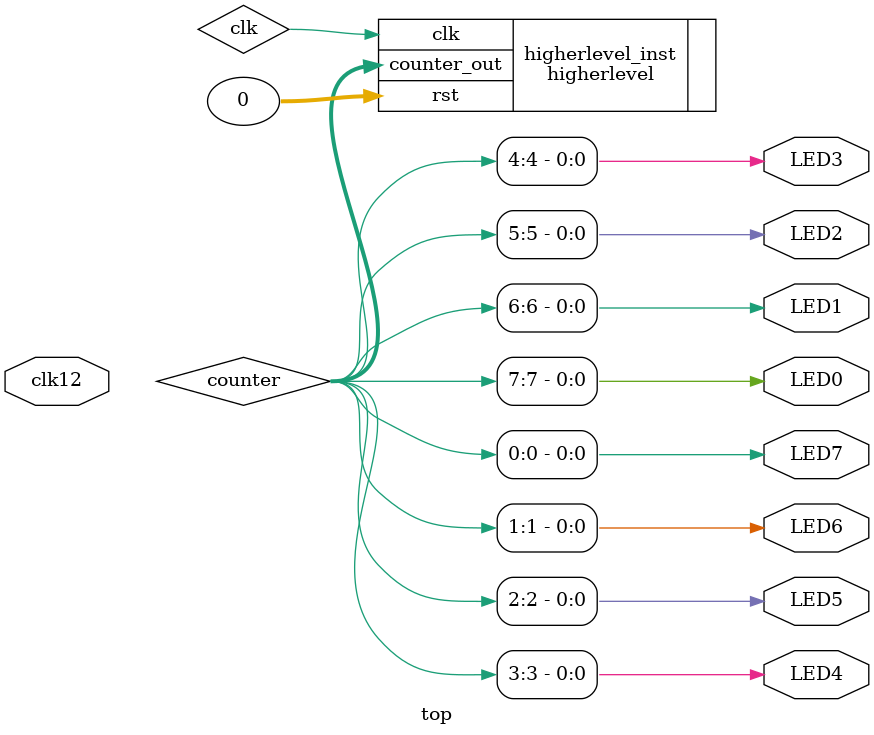
<source format=v>
module top (
  input  clk12,
  output LED0,
  output LED1,
  output LED2,
  output LED3,
  output LED4,
  output LED5,
  output LED6,
  output LED7,  
);

  wire clk60;
  wire [7:0] counter;

  clockgen #()
  clockgen_inst(
    .clk(clk12),
    .clkout(clk60)
  );

  higherlevel #()
  higherlevel_inst(
    .clk(clk),
    .rst(0),
    .counter_out(counter)
  );

  assign {LED0, LED1, LED2, LED3, LED4, LED5, LED6, LED7} = counter;

endmodule

</source>
